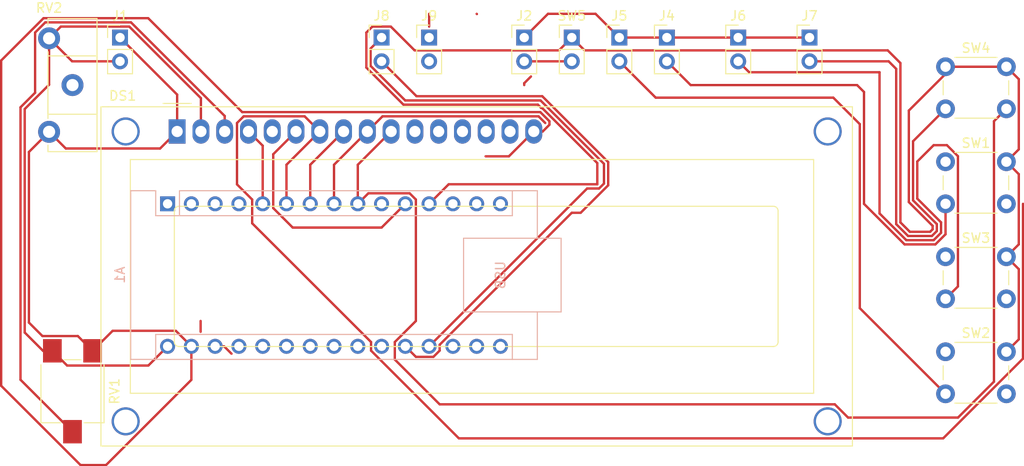
<source format=kicad_pcb>
(kicad_pcb (version 20221018) (generator pcbnew)
  (layers (0 "F.Cu" signal) (31 "B.Cu" signal) (34 "B.Paste" user) (35 "F.Paste" user) (36 "B.SilkS" user "B.Silkscreen") (37 "F.SilkS" user "F.Silkscreen") (38 "B.Mask" user) (39 "F.Mask" user) (44 "Edge.Cuts" user))
  (net 0 "")
  (net 1 "Net-(A1-D1{slash}TX)")
  (net 2 "Net-(A1-D0{slash}RX)")
  (net 5 "Net-(A1-D2)")
  (net 6 "Net-(A1-D3)")
  (net 7 "Net-(A1-D4)")
  (net 8 "Net-(A1-D5)")
  (net 9 "Net-(A1-D6)")
  (net 11 "Net-(A1-D8)")
  (net 12 "Net-(A1-D9)")
  (net 13 "Net-(A1-D10)")
  (net 19 "Net-(A1-A0)")
  (net 20 "Net-(A1-A1)")
  (net 28 "unconnected-(A1-~{RESET}-Pad28)")
  (net 29 "Net-(DS1-VO)")
  (net 35 "Net-(DS1-LED(+))")
  (net 36 "-5V")
  (net 37 "GND")
  (footprint "Connector_PinHeader_2.54mm:PinHeader_1x02_P2.54mm_Vertical" (layer "F.Cu") (at 160.02 43.18)
    (fp_text reference "SW5" (at 0 -2.33) (layer "F.SilkS"))
    (fp_text value "Home")
    (fp_line (start -1.33 -1.33) (end 0 -1.33) (stroke (width 0.12)) (layer "F.SilkS"))
    (fp_line (start -1.33 0) (end -1.33 -1.33) (stroke (width 0.12)) (layer "F.SilkS"))
    (fp_line (start -1.33 1.27) (end -1.33 3.87) (stroke (width 0.12)) (layer "F.SilkS"))
    (fp_line (start -1.33 1.27) (end 1.33 1.27) (stroke (width 0.12)) (layer "F.SilkS"))
    (fp_line (start -1.33 3.87) (end 1.33 3.87) (stroke (width 0.12)) (layer "F.SilkS"))
    (fp_line (start 1.33 1.27) (end 1.33 3.87) (stroke (width 0.12)) (layer "F.SilkS"))
    (pad "1" thru_hole rect (at 0 0) (size 1.7 1.7) (drill 1) (layers "*.Cu" "*.Mask") (net 12 "Net-(A1-D9)"))
    (pad "2" thru_hole oval (at 0 2.54) (size 1.7 1.7) (drill 1) (layers "*.Cu" "*.Mask") (net 5 "Net-(A1-D2)"))
  )
  (footprint "Connector_PinHeader_2.54mm:PinHeader_1x02_P2.54mm_Vertical" (layer "F.Cu") (at 170.18 43.18)
    (fp_text reference "J4" (at 0 -2.33) (layer "F.SilkS"))
    (fp_text value "leftsw")
    (fp_line (start -1.33 -1.33) (end 0 -1.33) (stroke (width 0.12)) (layer "F.SilkS"))
    (fp_line (start -1.33 0) (end -1.33 -1.33) (stroke (width 0.12)) (layer "F.SilkS"))
    (fp_line (start -1.33 1.27) (end -1.33 3.87) (stroke (width 0.12)) (layer "F.SilkS"))
    (fp_line (start -1.33 1.27) (end 1.33 1.27) (stroke (width 0.12)) (layer "F.SilkS"))
    (fp_line (start -1.33 3.87) (end 1.33 3.87) (stroke (width 0.12)) (layer "F.SilkS"))
    (fp_line (start 1.33 1.27) (end 1.33 3.87) (stroke (width 0.12)) (layer "F.SilkS"))
    (pad "1" thru_hole rect (at 0 0) (size 1.7 1.7) (drill 1) (layers "*.Cu" "*.Mask") (net 13 "Net-(A1-D10)"))
    (pad "2" thru_hole oval (at 0 2.54) (size 1.7 1.7) (drill 1) (layers "*.Cu" "*.Mask") (net 6 "Net-(A1-D3)"))
  )
  (footprint "Button_Switch_THT:SW_PUSH_6mm_H4.3mm" (layer "F.Cu") (at 199.95 66.62)
    (fp_text reference "SW3" (at 3.25 -2) (layer "F.SilkS"))
    (fp_text value "Enter")
    (fp_line (start -0.25 1.5) (end -0.25 3) (stroke (width 0.12)) (layer "F.SilkS"))
    (fp_line (start 1 5.5) (end 5.5 5.5) (stroke (width 0.12)) (layer "F.SilkS"))
    (fp_line (start 5.5 -1) (end 1 -1) (stroke (width 0.12)) (layer "F.SilkS"))
    (fp_line (start 6.75 3) (end 6.75 1.5) (stroke (width 0.12)) (layer "F.SilkS"))
    (pad "1" thru_hole circle (at 0 0 90) (size 2 2) (drill 1.1) (layers "*.Cu" "*.Mask") (net 12 "Net-(A1-D9)"))
    (pad "1" thru_hole circle (at 6.5 0 90) (size 2 2) (drill 1.1) (layers "*.Cu" "*.Mask") (net 12 "Net-(A1-D9)"))
    (pad "2" thru_hole circle (at 0 4.5 90) (size 2 2) (drill 1.1) (layers "*.Cu" "*.Mask") (net 8 "Net-(A1-D5)"))
    (pad "2" thru_hole circle (at 6.5 4.5 90) (size 2 2) (drill 1.1) (layers "*.Cu" "*.Mask") (net 8 "Net-(A1-D5)"))
  )
  (footprint "Connector_PinHeader_2.54mm:PinHeader_1x02_P2.54mm_Vertical" (layer "F.Cu") (at 154.94 43.18)
    (fp_text reference "J2" (at 0 -2.33) (layer "F.SilkS"))
    (fp_text value "wheel sensor")
    (fp_line (start -1.33 -1.33) (end 0 -1.33) (stroke (width 0.12)) (layer "F.SilkS"))
    (fp_line (start -1.33 0) (end -1.33 -1.33) (stroke (width 0.12)) (layer "F.SilkS"))
    (fp_line (start -1.33 1.27) (end -1.33 3.87) (stroke (width 0.12)) (layer "F.SilkS"))
    (fp_line (start -1.33 1.27) (end 1.33 1.27) (stroke (width 0.12)) (layer "F.SilkS"))
    (fp_line (start -1.33 3.87) (end 1.33 3.87) (stroke (width 0.12)) (layer "F.SilkS"))
    (fp_line (start 1.33 1.27) (end 1.33 3.87) (stroke (width 0.12)) (layer "F.SilkS"))
    (pad "1" thru_hole rect (at 0 0) (size 1.7 1.7) (drill 1) (layers "*.Cu" "*.Mask") (net 13 "Net-(A1-D10)"))
    (pad "2" thru_hole oval (at 0 2.54) (size 1.7 1.7) (drill 1) (layers "*.Cu" "*.Mask") (net 5 "Net-(A1-D2)"))
  )
  (footprint "Potentiometer_SMD:Potentiometer_ACP_CA6-VSMD_Vertical_Hole" (layer "F.Cu") (at 106.68 81.005 -90)
    (fp_text reference "RV1" (at 0 -4.5 90) (layer "F.SilkS"))
    (fp_text value "contrast")
    (fp_line (start -3.37 -0.909) (end -3.37 0.91) (stroke (width 0.12)) (layer "F.SilkS"))
    (fp_line (start -2.834 -3.371) (end 3.37 -3.371) (stroke (width 0.12)) (layer "F.SilkS"))
    (fp_line (start -2.834 3.37) (end 3.37 3.37) (stroke (width 0.12)) (layer "F.SilkS"))
    (fp_line (start 3.37 -3.371) (end 3.37 -1.24) (stroke (width 0.12)) (layer "F.SilkS"))
    (fp_line (start 3.37 1.24) (end 3.37 3.37) (stroke (width 0.12)) (layer "F.SilkS"))
    (pad "" np_thru_hole circle (at 0.275 0 270) (size 2.5 2.5) (drill 2.5) (layers "*.Cu" "*.Mask"))
    (pad "1" smd rect (at -4.325 2.15 270) (size 2.5 2) (layers "F.Cu" "F.Paste" "F.Mask") (net 36 "-5V"))
    (pad "2" smd rect (at 4.325 0 270) (size 2.5 2) (layers "F.Cu" "F.Paste" "F.Mask") (net 29 "Net-(DS1-VO)"))
    (pad "3" smd rect (at -4.325 -2.15 270) (size 2.5 2) (layers "F.Cu" "F.Paste" "F.Mask") (net 37 "GND"))
  )
  (footprint "Potentiometer_THT:Potentiometer_ACP_CA14-H2,5_Horizontal" (layer "F.Cu") (at 104.18 43.26)
    (fp_text reference "RV2" (at 0 -3.25) (layer "F.SilkS"))
    (fp_text value "brightness")
    (fp_line (start -0.121 -2.12) (end -0.121 -1.426) (stroke (width 0.12)) (layer "F.SilkS"))
    (fp_line (start -0.121 -2.12) (end 5.12 -2.12) (stroke (width 0.12)) (layer "F.SilkS"))
    (fp_line (start -0.121 1.426) (end -0.121 8.575) (stroke (width 0.12)) (layer "F.SilkS"))
    (fp_line (start -0.121 1.88) (end -0.121 8.121) (stroke (width 0.12)) (layer "F.SilkS"))
    (fp_line (start -0.121 1.88) (end 5.12 1.88) (stroke (width 0.12)) (layer "F.SilkS"))
    (fp_line (start -0.121 8.121) (end 5.12 8.121) (stroke (width 0.12)) (layer "F.SilkS"))
    (fp_line (start -0.121 11.425) (end -0.121 12.12) (stroke (width 0.12)) (layer "F.SilkS"))
    (fp_line (start -0.121 12.12) (end 5.12 12.12) (stroke (width 0.12)) (layer "F.SilkS"))
    (fp_line (start 5.12 -2.12) (end 5.12 12.12) (stroke (width 0.12)) (layer "F.SilkS"))
    (fp_line (start 5.12 1.88) (end 5.12 8.121) (stroke (width 0.12)) (layer "F.SilkS"))
    (pad "1" thru_hole circle (at 0 0) (size 2.34 2.34) (drill 1.3) (layers "*.Cu" "*.Mask") (net 36 "-5V"))
    (pad "2" thru_hole circle (at 2.5 5) (size 2.34 2.34) (drill 1.3) (layers "*.Cu" "*.Mask") (net 35 "Net-(DS1-LED(+))"))
    (pad "3" thru_hole circle (at 0 10) (size 2.34 2.34) (drill 1.3) (layers "*.Cu" "*.Mask") (net 37 "GND"))
  )
  (footprint "Connector_PinHeader_2.54mm:PinHeader_1x02_P2.54mm_Vertical" (layer "F.Cu") (at 177.8 43.18)
    (fp_text reference "J6" (at 0 -2.33) (layer "F.SilkS"))
    (fp_text value "brakesw")
    (fp_line (start -1.33 -1.33) (end 0 -1.33) (stroke (width 0.12)) (layer "F.SilkS"))
    (fp_line (start -1.33 0) (end -1.33 -1.33) (stroke (width 0.12)) (layer "F.SilkS"))
    (fp_line (start -1.33 1.27) (end -1.33 3.87) (stroke (width 0.12)) (layer "F.SilkS"))
    (fp_line (start -1.33 1.27) (end 1.33 1.27) (stroke (width 0.12)) (layer "F.SilkS"))
    (fp_line (start -1.33 3.87) (end 1.33 3.87) (stroke (width 0.12)) (layer "F.SilkS"))
    (fp_line (start 1.33 1.27) (end 1.33 3.87) (stroke (width 0.12)) (layer "F.SilkS"))
    (pad "1" thru_hole rect (at 0 0) (size 1.7 1.7) (drill 1) (layers "*.Cu" "*.Mask") (net 13 "Net-(A1-D10)"))
    (pad "2" thru_hole oval (at 0 2.54) (size 1.7 1.7) (drill 1) (layers "*.Cu" "*.Mask") (net 8 "Net-(A1-D5)"))
  )
  (footprint "Connector_PinHeader_2.54mm:PinHeader_1x02_P2.54mm_Vertical" (layer "F.Cu") (at 185.42 43.18)
    (fp_text reference "J7" (at 0 -2.33) (layer "F.SilkS"))
    (fp_text value "lightsw")
    (fp_line (start -1.33 -1.33) (end 0 -1.33) (stroke (width 0.12)) (layer "F.SilkS"))
    (fp_line (start -1.33 0) (end -1.33 -1.33) (stroke (width 0.12)) (layer "F.SilkS"))
    (fp_line (start -1.33 1.27) (end -1.33 3.87) (stroke (width 0.12)) (layer "F.SilkS"))
    (fp_line (start -1.33 1.27) (end 1.33 1.27) (stroke (width 0.12)) (layer "F.SilkS"))
    (fp_line (start -1.33 3.87) (end 1.33 3.87) (stroke (width 0.12)) (layer "F.SilkS"))
    (fp_line (start 1.33 1.27) (end 1.33 3.87) (stroke (width 0.12)) (layer "F.SilkS"))
    (pad "1" thru_hole rect (at 0 0) (size 1.7 1.7) (drill 1) (layers "*.Cu" "*.Mask") (net 13 "Net-(A1-D10)"))
    (pad "2" thru_hole oval (at 0 2.54) (size 1.7 1.7) (drill 1) (layers "*.Cu" "*.Mask") (net 9 "Net-(A1-D6)"))
  )
  (footprint "Display:WC1602A" (layer "F.Cu") (at 117.86 53.2225)
    (fp_text reference "DS1" (at -5.82 -3.81) (layer "F.SilkS"))
    (fp_text value "WC1602A")
    (fp_line (start -8.14 -2.64) (end -8.14 33.64) (stroke (width 0.12)) (layer "F.SilkS"))
    (fp_line (start -8.14 33.64) (end 72.14 33.64) (stroke (width 0.12)) (layer "F.SilkS"))
    (fp_line (start -8.13 -2.64) (end -7.34 -2.64) (stroke (width 0.12)) (layer "F.SilkS"))
    (fp_line (start -5 3) (end 68 3) (stroke (width 0.12)) (layer "F.SilkS"))
    (fp_line (start -5 28) (end -5 3) (stroke (width 0.12)) (layer "F.SilkS"))
    (fp_line (start -1.5 -3) (end 1.5 -3) (stroke (width 0.12)) (layer "F.SilkS"))
    (fp_line (start -0.29972 22.49932) (end -0.29972 8.5) (stroke (width 0.12)) (layer "F.SilkS"))
    (fp_line (start 0.2 8) (end 63.7 8) (stroke (width 0.12)) (layer "F.SilkS"))
    (fp_line (start 63.70066 23) (end 0.2 23) (stroke (width 0.12)) (layer "F.SilkS"))
    (fp_line (start 64.2 8.5) (end 64.2 22.5) (stroke (width 0.12)) (layer "F.SilkS"))
    (fp_line (start 68 3) (end 68 28) (stroke (width 0.12)) (layer "F.SilkS"))
    (fp_line (start 68 28) (end -5 28) (stroke (width 0.12)) (layer "F.SilkS"))
    (fp_line (start 72.14 -2.64) (end -7.34 -2.64) (stroke (width 0.12)) (layer "F.SilkS"))
    (fp_line (start 72.14 33.64) (end 72.14 -2.64) (stroke (width 0.12)) (layer "F.SilkS"))
    (fp_arc (start -0.29972 8.49884) (mid -0.153162 8.145018) (end 0.20066 7.99846) (stroke (width 0.12)) (layer "F.SilkS"))
    (fp_arc (start 0.20066 22.9997) (mid -0.153162 22.853142) (end -0.29972 22.49932) (stroke (width 0.12)) (layer "F.SilkS"))
    (fp_arc (start 63.7 8) (mid 64.053553 8.146447) (end 64.2 8.5) (stroke (width 0.12)) (layer "F.SilkS"))
    (fp_arc (start 64.20104 22.49932) (mid 64.054473 22.853115) (end 63.70066 22.9997) (stroke (width 0.12)) (layer "F.SilkS"))
    (pad "" thru_hole circle (at -5.4991 0) (size 3 3) (drill 2.5) (layers "*.Cu" "*.Mask"))
    (pad "" thru_hole circle (at -5.4991 31.0007) (size 3 3) (drill 2.5) (layers "*.Cu" "*.Mask"))
    (pad "" thru_hole circle (at 69.49948 31.0007) (size 3 3) (drill 2.5) (layers "*.Cu" "*.Mask"))
    (pad "" thru_hole circle (at 69.5 0) (size 3 3) (drill 2.5) (layers "*.Cu" "*.Mask"))
    (pad "1" thru_hole rect (at 0 0) (size 1.8 2.6) (drill 1.2) (layers "*.Cu" "*.Mask") (net 37 "GND"))
    (pad "2" thru_hole oval (at 2.54 0) (size 1.8 2.6) (drill 1.2) (layers "*.Cu" "*.Mask") (net 36 "-5V"))
    (pad "3" thru_hole oval (at 5.08 0) (size 1.8 2.6) (drill 1.2) (layers "*.Cu" "*.Mask") (net 29 "Net-(DS1-VO)"))
    (pad "4" thru_hole oval (at 7.62 0) (size 1.8 2.6) (drill 1.2) (layers "*.Cu" "*.Mask") (net 5 "Net-(A1-D2)"))
    (pad "5" thru_hole oval (at 10.16 0) (size 1.8 2.6) (drill 1.2) (layers "*.Cu" "*.Mask"))
    (pad "6" thru_hole oval (at 12.7 0) (size 1.8 2.6) (drill 1.2) (layers "*.Cu" "*.Mask") (net 11 "Net-(A1-D8)"))
    (pad "7" thru_hole oval (at 15.24 0) (size 1.8 2.6) (drill 1.2) (layers "*.Cu" "*.Mask") (net 6 "Net-(A1-D3)"))
    (pad "8" thru_hole oval (at 17.78 0) (size 1.8 2.6) (drill 1.2) (layers "*.Cu" "*.Mask") (net 7 "Net-(A1-D4)"))
    (pad "9" thru_hole oval (at 20.32 0) (size 1.8 2.6) (drill 1.2) (layers "*.Cu" "*.Mask") (net 8 "Net-(A1-D5)"))
    (pad "10" thru_hole oval (at 22.86 0) (size 1.8 2.6) (drill 1.2) (layers "*.Cu" "*.Mask") (net 9 "Net-(A1-D6)"))
    (pad "11" thru_hole oval (at 25.4 0) (size 1.8 2.6) (drill 1.2) (layers "*.Cu" "*.Mask"))
    (pad "12" thru_hole oval (at 27.94 0) (size 1.8 2.6) (drill 1.2) (layers "*.Cu" "*.Mask"))
    (pad "13" thru_hole oval (at 30.48 0) (size 1.8 2.6) (drill 1.2) (layers "*.Cu" "*.Mask"))
    (pad "14" thru_hole oval (at 33.02 0) (size 1.8 2.6) (drill 1.2) (layers "*.Cu" "*.Mask"))
    (pad "15" thru_hole oval (at 35.56 0) (size 1.8 2.6) (drill 1.2) (layers "*.Cu" "*.Mask") (net 35 "Net-(DS1-LED(+))"))
    (pad "16" thru_hole oval (at 38.1 0) (size 1.8 2.6) (drill 1.2) (layers "*.Cu" "*.Mask") (net 37 "GND"))
  )
  (footprint "Connector_PinHeader_2.54mm:PinHeader_1x02_P2.54mm_Vertical" (layer "F.Cu") (at 144.78 43.18)
    (fp_text reference "J9" (at 0 -2.33) (layer "F.SilkS"))
    (fp_text value "serial")
    (fp_line (start -1.33 -1.33) (end 0 -1.33) (stroke (width 0.12)) (layer "F.SilkS"))
    (fp_line (start -1.33 0) (end -1.33 -1.33) (stroke (width 0.12)) (layer "F.SilkS"))
    (fp_line (start -1.33 1.27) (end -1.33 3.87) (stroke (width 0.12)) (layer "F.SilkS"))
    (fp_line (start -1.33 1.27) (end 1.33 1.27) (stroke (width 0.12)) (layer "F.SilkS"))
    (fp_line (start -1.33 3.87) (end 1.33 3.87) (stroke (width 0.12)) (layer "F.SilkS"))
    (fp_line (start 1.33 1.27) (end 1.33 3.87) (stroke (width 0.12)) (layer "F.SilkS"))
    (pad "1" thru_hole rect (at 0 0) (size 1.7 1.7) (drill 1) (layers "*.Cu" "*.Mask") (net 1 "Net-(A1-D1{slash}TX)"))
    (pad "2" thru_hole oval (at 0 2.54) (size 1.7 1.7) (drill 1) (layers "*.Cu" "*.Mask") (net 2 "Net-(A1-D0{slash}RX)"))
  )
  (footprint "Connector_PinHeader_2.54mm:PinHeader_1x02_P2.54mm_Vertical" (layer "F.Cu") (at 165.1 43.18)
    (fp_text reference "J5" (at 0 -2.33) (layer "F.SilkS"))
    (fp_text value "rightsw")
    (fp_line (start -1.33 -1.33) (end 0 -1.33) (stroke (width 0.12)) (layer "F.SilkS"))
    (fp_line (start -1.33 0) (end -1.33 -1.33) (stroke (width 0.12)) (layer "F.SilkS"))
    (fp_line (start -1.33 1.27) (end -1.33 3.87) (stroke (width 0.12)) (layer "F.SilkS"))
    (fp_line (start -1.33 1.27) (end 1.33 1.27) (stroke (width 0.12)) (layer "F.SilkS"))
    (fp_line (start -1.33 3.87) (end 1.33 3.87) (stroke (width 0.12)) (layer "F.SilkS"))
    (fp_line (start 1.33 1.27) (end 1.33 3.87) (stroke (width 0.12)) (layer "F.SilkS"))
    (pad "1" thru_hole rect (at 0 0) (size 1.7 1.7) (drill 1) (layers "*.Cu" "*.Mask") (net 13 "Net-(A1-D10)"))
    (pad "2" thru_hole oval (at 0 2.54) (size 1.7 1.7) (drill 1) (layers "*.Cu" "*.Mask") (net 7 "Net-(A1-D4)"))
  )
  (footprint "Button_Switch_THT:SW_PUSH_6mm_H4.3mm" (layer "F.Cu") (at 199.95 76.78)
    (fp_text reference "SW2" (at 3.25 -2) (layer "F.SilkS"))
    (fp_text value "Down / -")
    (fp_line (start -0.25 1.5) (end -0.25 3) (stroke (width 0.12)) (layer "F.SilkS"))
    (fp_line (start 1 5.5) (end 5.5 5.5) (stroke (width 0.12)) (layer "F.SilkS"))
    (fp_line (start 5.5 -1) (end 1 -1) (stroke (width 0.12)) (layer "F.SilkS"))
    (fp_line (start 6.75 3) (end 6.75 1.5) (stroke (width 0.12)) (layer "F.SilkS"))
    (pad "1" thru_hole circle (at 0 0 90) (size 2 2) (drill 1.1) (layers "*.Cu" "*.Mask") (net 12 "Net-(A1-D9)"))
    (pad "1" thru_hole circle (at 6.5 0 90) (size 2 2) (drill 1.1) (layers "*.Cu" "*.Mask") (net 12 "Net-(A1-D9)"))
    (pad "2" thru_hole circle (at 0 4.5 90) (size 2 2) (drill 1.1) (layers "*.Cu" "*.Mask") (net 7 "Net-(A1-D4)"))
    (pad "2" thru_hole circle (at 6.5 4.5 90) (size 2 2) (drill 1.1) (layers "*.Cu" "*.Mask") (net 7 "Net-(A1-D4)"))
  )
  (footprint "Button_Switch_THT:SW_PUSH_6mm_H4.3mm" (layer "F.Cu") (at 199.95 56.46)
    (fp_text reference "SW1" (at 3.25 -2) (layer "F.SilkS"))
    (fp_text value "Up / +")
    (fp_line (start -0.25 1.5) (end -0.25 3) (stroke (width 0.12)) (layer "F.SilkS"))
    (fp_line (start 1 5.5) (end 5.5 5.5) (stroke (width 0.12)) (layer "F.SilkS"))
    (fp_line (start 5.5 -1) (end 1 -1) (stroke (width 0.12)) (layer "F.SilkS"))
    (fp_line (start 6.75 3) (end 6.75 1.5) (stroke (width 0.12)) (layer "F.SilkS"))
    (pad "1" thru_hole circle (at 0 0 90) (size 2 2) (drill 1.1) (layers "*.Cu" "*.Mask") (net 12 "Net-(A1-D9)"))
    (pad "1" thru_hole circle (at 6.5 0 90) (size 2 2) (drill 1.1) (layers "*.Cu" "*.Mask") (net 12 "Net-(A1-D9)"))
    (pad "2" thru_hole circle (at 0 4.5 90) (size 2 2) (drill 1.1) (layers "*.Cu" "*.Mask") (net 6 "Net-(A1-D3)"))
    (pad "2" thru_hole circle (at 6.5 4.5 90) (size 2 2) (drill 1.1) (layers "*.Cu" "*.Mask") (net 6 "Net-(A1-D3)"))
  )
  (footprint "Button_Switch_THT:SW_PUSH_6mm_H4.3mm" (layer "F.Cu") (at 199.95 46.3)
    (fp_text reference "SW4" (at 3.25 -2) (layer "F.SilkS"))
    (fp_text value "Back")
    (fp_line (start -0.25 1.5) (end -0.25 3) (stroke (width 0.12)) (layer "F.SilkS"))
    (fp_line (start 1 5.5) (end 5.5 5.5) (stroke (width 0.12)) (layer "F.SilkS"))
    (fp_line (start 5.5 -1) (end 1 -1) (stroke (width 0.12)) (layer "F.SilkS"))
    (fp_line (start 6.75 3) (end 6.75 1.5) (stroke (width 0.12)) (layer "F.SilkS"))
    (pad "1" thru_hole circle (at 0 0 90) (size 2 2) (drill 1.1) (layers "*.Cu" "*.Mask") (net 12 "Net-(A1-D9)"))
    (pad "1" thru_hole circle (at 6.5 0 90) (size 2 2) (drill 1.1) (layers "*.Cu" "*.Mask") (net 12 "Net-(A1-D9)"))
    (pad "2" thru_hole circle (at 0 4.5 90) (size 2 2) (drill 1.1) (layers "*.Cu" "*.Mask") (net 9 "Net-(A1-D6)"))
    (pad "2" thru_hole circle (at 6.5 4.5 90) (size 2 2) (drill 1.1) (layers "*.Cu" "*.Mask") (net 9 "Net-(A1-D6)"))
  )
  (footprint "Connector_PinHeader_2.54mm:PinHeader_1x02_P2.54mm_Vertical" (layer "F.Cu") (at 111.76 43.18)
    (fp_text reference "J1" (at 0 -2.33) (layer "F.SilkS"))
    (fp_text value "5vin")
    (fp_line (start -1.33 -1.33) (end 0 -1.33) (stroke (width 0.12)) (layer "F.SilkS"))
    (fp_line (start -1.33 0) (end -1.33 -1.33) (stroke (width 0.12)) (layer "F.SilkS"))
    (fp_line (start -1.33 1.27) (end -1.33 3.87) (stroke (width 0.12)) (layer "F.SilkS"))
    (fp_line (start -1.33 1.27) (end 1.33 1.27) (stroke (width 0.12)) (layer "F.SilkS"))
    (fp_line (start -1.33 3.87) (end 1.33 3.87) (stroke (width 0.12)) (layer "F.SilkS"))
    (fp_line (start 1.33 1.27) (end 1.33 3.87) (stroke (width 0.12)) (layer "F.SilkS"))
    (pad "1" thru_hole rect (at 0 0) (size 1.7 1.7) (drill 1) (layers "*.Cu" "*.Mask") (net 37 "GND"))
    (pad "2" thru_hole oval (at 0 2.54) (size 1.7 1.7) (drill 1) (layers "*.Cu" "*.Mask") (net 36 "-5V"))
  )
  (footprint "Connector_PinHeader_2.54mm:PinHeader_1x02_P2.54mm_Vertical" (layer "F.Cu") (at 139.7 43.18)
    (fp_text reference "J8" (at 0 -2.33) (layer "F.SilkS"))
    (fp_text value "AnalogIn")
    (fp_line (start -1.33 -1.33) (end 0 -1.33) (stroke (width 0.12)) (layer "F.SilkS"))
    (fp_line (start -1.33 0) (end -1.33 -1.33) (stroke (width 0.12)) (layer "F.SilkS"))
    (fp_line (start -1.33 1.27) (end -1.33 3.87) (stroke (width 0.12)) (layer "F.SilkS"))
    (fp_line (start -1.33 1.27) (end 1.33 1.27) (stroke (width 0.12)) (layer "F.SilkS"))
    (fp_line (start -1.33 3.87) (end 1.33 3.87) (stroke (width 0.12)) (layer "F.SilkS"))
    (fp_line (start 1.33 1.27) (end 1.33 3.87) (stroke (width 0.12)) (layer "F.SilkS"))
    (pad "1" thru_hole rect (at 0 0) (size 1.7 1.7) (drill 1) (layers "*.Cu" "*.Mask") (net 19 "Net-(A1-A0)"))
    (pad "2" thru_hole oval (at 0 2.54) (size 1.7 1.7) (drill 1) (layers "*.Cu" "*.Mask") (net 20 "Net-(A1-A1)"))
  )
  (footprint "Module:Arduino_Nano" (layer "B.Cu") (at 116.84 60.96 -90)
    (fp_text reference "A1" (at 7.62 5.08 90) (layer "B.SilkS") (effects (justify mirror)))
    (fp_text value "Arduino_Nano")
    (fp_text user "USB" (at 7.62 -35.56 90 unlocked) (layer "B.SilkS") (effects (justify mirror)))
    (fp_line (start -1.4 -39.5) (end 3.68 -39.5) (stroke (width 0.12)) (layer "B.SilkS"))
    (fp_line (start -1.4 -1.27) (end -1.4 -39.5) (stroke (width 0.12)) (layer "B.SilkS"))
    (fp_line (start -1.4 3.94) (end -1.4 1.27) (stroke (width 0.12)) (layer "B.SilkS"))
    (fp_line (start 1.27 -36.83) (end -1.4 -36.83) (stroke (width 0.12)) (layer "B.SilkS"))
    (fp_line (start 1.27 -1.27) (end -1.4 -1.27) (stroke (width 0.12)) (layer "B.SilkS"))
    (fp_line (start 1.27 -1.27) (end 1.27 -36.83) (stroke (width 0.12)) (layer "B.SilkS"))
    (fp_line (start 1.27 -1.27) (end 1.27 1.27) (stroke (width 0.12)) (layer "B.SilkS"))
    (fp_line (start 1.27 1.27) (end -1.4 1.27) (stroke (width 0.12)) (layer "B.SilkS"))
    (fp_line (start 3.68 -42.04) (end 3.68 -31.62) (stroke (width 0.12)) (layer "B.SilkS"))
    (fp_line (start 3.68 -31.62) (end 11.56 -31.62) (stroke (width 0.12)) (layer "B.SilkS"))
    (fp_line (start 11.56 -42.04) (end 3.68 -42.04) (stroke (width 0.12)) (layer "B.SilkS"))
    (fp_line (start 11.56 -31.62) (end 11.56 -42.04) (stroke (width 0.12)) (layer "B.SilkS"))
    (fp_line (start 13.97 -36.83) (end 16.64 -36.83) (stroke (width 0.12)) (layer "B.SilkS"))
    (fp_line (start 13.97 1.27) (end 13.97 -36.83) (stroke (width 0.12)) (layer "B.SilkS"))
    (fp_line (start 13.97 1.27) (end 16.64 1.27) (stroke (width 0.12)) (layer "B.SilkS"))
    (fp_line (start 16.64 -39.5) (end 11.56 -39.5) (stroke (width 0.12)) (layer "B.SilkS"))
    (fp_line (start 16.64 -39.5) (end 16.64 3.94) (stroke (width 0.12)) (layer "B.SilkS"))
    (fp_line (start 16.64 3.94) (end -1.4 3.94) (stroke (width 0.12)) (layer "B.SilkS"))
    (pad "1" thru_hole rect (at 0 0 270) (size 1.6 1.6) (drill 1) (layers "*.Cu" "*.Mask") (net 1 "Net-(A1-D1{slash}TX)"))
    (pad "2" thru_hole oval (at 0 -2.54 270) (size 1.6 1.6) (drill 1) (layers "*.Cu" "*.Mask") (net 2 "Net-(A1-D0{slash}RX)"))
    (pad "3" thru_hole oval (at 0 -5.08 270) (size 1.6 1.6) (drill 1) (layers "*.Cu" "*.Mask"))
    (pad "4" thru_hole oval (at 0 -7.62 270) (size 1.6 1.6) (drill 1) (layers "*.Cu" "*.Mask"))
    (pad "5" thru_hole oval (at 0 -10.16 270) (size 1.6 1.6) (drill 1) (layers "*.Cu" "*.Mask") (net 5 "Net-(A1-D2)"))
    (pad "6" thru_hole oval (at 0 -12.7 270) (size 1.6 1.6) (drill 1) (layers "*.Cu" "*.Mask") (net 6 "Net-(A1-D3)"))
    (pad "7" thru_hole oval (at 0 -15.24 270) (size 1.6 1.6) (drill 1) (layers "*.Cu" "*.Mask") (net 7 "Net-(A1-D4)"))
    (pad "8" thru_hole oval (at 0 -17.78 270) (size 1.6 1.6) (drill 1) (layers "*.Cu" "*.Mask") (net 8 "Net-(A1-D5)"))
    (pad "9" thru_hole oval (at 0 -20.32 270) (size 1.6 1.6) (drill 1) (layers "*.Cu" "*.Mask") (net 9 "Net-(A1-D6)"))
    (pad "10" thru_hole oval (at 0 -22.86 270) (size 1.6 1.6) (drill 1) (layers "*.Cu" "*.Mask"))
    (pad "11" thru_hole oval (at 0 -25.4 270) (size 1.6 1.6) (drill 1) (layers "*.Cu" "*.Mask") (net 11 "Net-(A1-D8)"))
    (pad "12" thru_hole oval (at 0 -27.94 270) (size 1.6 1.6) (drill 1) (layers "*.Cu" "*.Mask") (net 12 "Net-(A1-D9)"))
    (pad "13" thru_hole oval (at 0 -30.48 270) (size 1.6 1.6) (drill 1) (layers "*.Cu" "*.Mask") (net 13 "Net-(A1-D10)"))
    (pad "14" thru_hole oval (at 0 -33.02 270) (size 1.6 1.6) (drill 1) (layers "*.Cu" "*.Mask"))
    (pad "15" thru_hole oval (at 0 -35.56 270) (size 1.6 1.6) (drill 1) (layers "*.Cu" "*.Mask"))
    (pad "16" thru_hole oval (at 15.24 -35.56 270) (size 1.6 1.6) (drill 1) (layers "*.Cu" "*.Mask"))
    (pad "17" thru_hole oval (at 15.24 -33.02 270) (size 1.6 1.6) (drill 1) (layers "*.Cu" "*.Mask"))
    (pad "18" thru_hole oval (at 15.24 -30.48 270) (size 1.6 1.6) (drill 1) (layers "*.Cu" "*.Mask"))
    (pad "19" thru_hole oval (at 15.24 -27.94 270) (size 1.6 1.6) (drill 1) (layers "*.Cu" "*.Mask") (net 19 "Net-(A1-A0)"))
    (pad "20" thru_hole oval (at 15.24 -25.4 270) (size 1.6 1.6) (drill 1) (layers "*.Cu" "*.Mask") (net 20 "Net-(A1-A1)"))
    (pad "21" thru_hole oval (at 15.24 -22.86 270) (size 1.6 1.6) (drill 1) (layers "*.Cu" "*.Mask"))
    (pad "22" thru_hole oval (at 15.24 -20.32 270) (size 1.6 1.6) (drill 1) (layers "*.Cu" "*.Mask"))
    (pad "23" thru_hole oval (at 15.24 -17.78 270) (size 1.6 1.6) (drill 1) (layers "*.Cu" "*.Mask"))
    (pad "24" thru_hole oval (at 15.24 -15.24 270) (size 1.6 1.6) (drill 1) (layers "*.Cu" "*.Mask"))
    (pad "25" thru_hole oval (at 15.24 -12.7 270) (size 1.6 1.6) (drill 1) (layers "*.Cu" "*.Mask"))
    (pad "26" thru_hole oval (at 15.24 -10.16 270) (size 1.6 1.6) (drill 1) (layers "*.Cu" "*.Mask"))
    (pad "27" thru_hole oval (at 15.24 -7.62 270) (size 1.6 1.6) (drill 1) (layers "*.Cu" "*.Mask"))
    (pad "28" thru_hole oval (at 15.24 -5.08 270) (size 1.6 1.6) (drill 1) (layers "*.Cu" "*.Mask") (net 28 "unconnected-(A1-~{RESET}-Pad28)"))
    (pad "29" thru_hole oval (at 15.24 -2.54 270) (size 1.6 1.6) (drill 1) (layers "*.Cu" "*.Mask") (net 37 "GND"))
    (pad "30" thru_hole oval (at 15.24 0 270) (size 1.6 1.6) (drill 1) (layers "*.Cu" "*.Mask") (net 36 "-5V"))
  )
  (segment (start 154.94 48.060688) (end 155.660344 47.340344) (width 0.25) (layer "F.Cu") (net 0))
  (segment (start 144.78 40.64) (end 144.78 42.005) (width 0.25) (layer "F.Cu") (net 0))
  (segment (start 154.94 48.26) (end 154.94 48.060688) (width 0.25) (layer "F.Cu") (net 0))
  (segment (start 154.94 45.72) (end 154.215 45.72) (width 0.25) (layer "F.Cu") (net 5))
  (segment (start 127 60.96) (end 127 54.7425) (width 0.25) (layer "F.Cu") (net 5))
  (segment (start 160.02 45.72) (end 154.94 45.72) (width 0.25) (layer "F.Cu") (net 5))
  (segment (start 149.885 40.665) (end 149.86 40.64) (width 0.25) (layer "F.Cu") (net 5))
  (segment (start 127 54.7425) (end 125.48 53.2225) (width 0.25) (layer "F.Cu") (net 5))
  (segment (start 208.225 77.51523) (end 208.225 60.96) (width 0.25) (layer "F.Cu") (net 6))
  (segment (start 129.54 56.7825) (end 133.1 53.2225) (width 0.25) (layer "F.Cu") (net 6))
  (segment (start 190.5 48.26) (end 172.72 48.26) (width 0.25) (layer "F.Cu") (net 6))
  (segment (start 131.47993 51.60243) (end 124.969402 51.60243) (width 0.25) (layer "F.Cu") (net 6))
  (segment (start 147.959199 86.043077) (end 199.697153 86.043077) (width 0.25) (layer "F.Cu") (net 6))
  (segment (start 199.95 60.96) (end 199.95 64.215584) (width 0.25) (layer "F.Cu") (net 6))
  (segment (start 199.95 64.215584) (end 198.865584 65.3) (width 0.25) (layer "F.Cu") (net 6))
  (segment (start 191.24 49) (end 190.5 48.26) (width 0.25) (layer "F.Cu") (net 6))
  (segment (start 133.1 53.2225) (end 131.47993 51.60243) (width 0.25) (layer "F.Cu") (net 6))
  (segment (start 198.865584 65.3) (end 195.574416 65.3) (width 0.25) (layer "F.Cu") (net 6))
  (segment (start 195.574416 65.3) (end 191.24 60.965584) (width 0.25) (layer "F.Cu") (net 6))
  (segment (start 124.255 58.881122) (end 125.875 60.501122) (width 0.25) (layer "F.Cu") (net 6))
  (segment (start 138.575 75.741122) (end 138.575 76.658878) (width 0.25) (layer "F.Cu") (net 6))
  (segment (start 138.575 76.658878) (end 147.959199 86.043077) (width 0.25) (layer "F.Cu") (net 6))
  (segment (start 199.697153 86.043077) (end 208.225 77.51523) (width 0.25) (layer "F.Cu") (net 6))
  (segment (start 124.255 52.316832) (end 124.255 58.881122) (width 0.25) (layer "F.Cu") (net 6))
  (segment (start 124.969402 51.60243) (end 124.255 52.316832) (width 0.25) (layer "F.Cu") (net 6))
  (segment (start 172.72 48.26) (end 170.18 45.72) (width 0.25) (layer "F.Cu") (net 6))
  (segment (start 129.54 60.96) (end 129.54 56.7825) (width 0.25) (layer "F.Cu") (net 6))
  (segment (start 125.875 60.501122) (end 125.875 63.041122) (width 0.25) (layer "F.Cu") (net 6))
  (segment (start 191.24 60.965584) (end 191.24 49) (width 0.25) (layer "F.Cu") (net 6))
  (segment (start 125.875 63.041122) (end 138.575 75.741122) (width 0.25) (layer "F.Cu") (net 6))
  (segment (start 132.08 60.96) (end 132.08 56.7825) (width 0.25) (layer "F.Cu") (net 7))
  (segment (start 190.79 52.436396) (end 187.96 49.606396) (width 0.25) (layer "F.Cu") (net 7))
  (segment (start 132.08 56.7825) (end 135.64 53.2225) (width 0.25) (layer "F.Cu") (net 7))
  (segment (start 190.79 72.12) (end 190.79 52.436396) (width 0.25) (layer "F.Cu") (net 7))
  (segment (start 187.96 49.606396) (end 168.986396 49.606396) (width 0.25) (layer "F.Cu") (net 7))
  (segment (start 199.95 81.28) (end 190.79 72.12) (width 0.25) (layer "F.Cu") (net 7))
  (segment (start 168.986396 49.606396) (end 165.1 45.72) (width 0.25) (layer "F.Cu") (net 7))
  (segment (start 156.470598 51.60243) (end 157.185 52.316832) (width 0.25) (layer "F.Cu") (net 8))
  (segment (start 198.679188 54.69) (end 200.100812 54.69) (width 0.25) (layer "F.Cu") (net 8))
  (segment (start 192.899303 61.988491) (end 195.760812 64.85) (width 0.25) (layer "F.Cu") (net 8))
  (segment (start 138.18 53.2225) (end 139.80007 51.60243) (width 0.25) (layer "F.Cu") (net 8))
  (segment (start 201.275 69.795) (end 199.95 71.12) (width 0.25) (layer "F.Cu") (net 8))
  (segment (start 201.275 55.864188) (end 201.275 69.795) (width 0.25) (layer "F.Cu") (net 8))
  (segment (start 134.62 60.96) (end 134.62 56.7825) (width 0.25) (layer "F.Cu") (net 8))
  (segment (start 192.899303 46.890344) (end 192.899303 61.988491) (width 0.25) (layer "F.Cu") (net 8))
  (segment (start 199.47 64.059188) (end 199.47 62.940812) (width 0.25) (layer "F.Cu") (net 8))
  (segment (start 196.93 60.400812) (end 196.93 56.439188) (width 0.25) (layer "F.Cu") (net 8))
  (segment (start 198.679188 64.85) (end 199.47 64.059188) (width 0.25) (layer "F.Cu") (net 8))
  (segment (start 200.100812 54.69) (end 201.275 55.864188) (width 0.25) (layer "F.Cu") (net 8))
  (segment (start 177.8 45.72) (end 178.970344 46.890344) (width 0.25) (layer "F.Cu") (net 8))
  (segment (start 178.970344 46.890344) (end 192.899303 46.890344) (width 0.25) (layer "F.Cu") (net 8))
  (segment (start 199.47 62.940812) (end 196.93 60.400812) (width 0.25) (layer "F.Cu") (net 8))
  (segment (start 139.80007 51.60243) (end 156.470598 51.60243) (width 0.25) (layer "F.Cu") (net 8))
  (segment (start 196.93 56.439188) (end 198.679188 54.69) (width 0.25) (layer "F.Cu") (net 8))
  (segment (start 195.760812 64.85) (end 198.679188 64.85) (width 0.25) (layer "F.Cu") (net 8))
  (segment (start 134.62 56.7825) (end 138.18 53.2225) (width 0.25) (layer "F.Cu") (net 8))
  (segment (start 205.125 52.125) (end 206.45 50.8) (width 0.25) (layer "F.Cu") (net 9))
  (segment (start 138.285 59.835) (end 142.698878 59.835) (width 0.25) (layer "F.Cu") (net 9))
  (segment (start 199.02 63.127208) (end 199.02 63.872792) (width 0.25) (layer "F.Cu") (net 9))
  (segment (start 195.947208 64.4) (end 194.68 63.132792) (width 0.25) (layer "F.Cu") (net 9))
  (segment (start 189.535409 83.82) (end 201.283834 83.82) (width 0.25) (layer "F.Cu") (net 9))
  (segment (start 141.115 77.615) (end 145.903323 82.403323) (width 0.25) (layer "F.Cu") (net 9))
  (segment (start 198.492792 64.4) (end 195.947208 64.4) (width 0.25) (layer "F.Cu") (net 9))
  (segment (start 137.16 60.96) (end 138.285 59.835) (width 0.25) (layer "F.Cu") (net 9))
  (segment (start 137.16 56.7825) (end 140.72 53.2225) (width 0.25) (layer "F.Cu") (net 9))
  (segment (start 137.16 60.96) (end 137.16 56.7825) (width 0.25) (layer "F.Cu") (net 9))
  (segment (start 142.698878 59.835) (end 143.365 60.501122) (width 0.25) (layer "F.Cu") (net 9))
  (segment (start 201.283834 83.82) (end 205.125 79.978834) (width 0.25) (layer "F.Cu") (net 9))
  (segment (start 143.365 60.501122) (end 143.365 73.491122) (width 0.25) (layer "F.Cu") (net 9))
  (segment (start 194.68 63.132792) (end 194.68 46.53) (width 0.25) (layer "F.Cu") (net 9))
  (segment (start 205.125 79.978834) (end 205.125 52.125) (width 0.25) (layer "F.Cu") (net 9))
  (segment (start 120.368172 74.648172) (end 120.368172 73.486608) (width 0.25) (layer "F.Cu") (net 9))
  (segment (start 196.48 60.587208) (end 199.02 63.127208) (width 0.25) (layer "F.Cu") (net 9))
  (segment (start 194.68 46.53) (end 193.87 45.72) (width 0.25) (layer "F.Cu") (net 9))
  (segment (start 199.95 50.8) (end 196.48 54.27) (width 0.25) (layer "F.Cu") (net 9))
  (segment (start 145.903323 82.403323) (end 188.118732 82.403323) (width 0.25) (layer "F.Cu") (net 9))
  (segment (start 199.02 63.872792) (end 198.492792 64.4) (width 0.25) (layer "F.Cu") (net 9))
  (segment (start 193.87 45.72) (end 185.42 45.72) (width 0.25) (layer "F.Cu") (net 9))
  (segment (start 141.115 75.741122) (end 141.115 77.615) (width 0.25) (layer "F.Cu") (net 9))
  (segment (start 143.365 73.491122) (end 141.115 75.741122) (width 0.25) (layer "F.Cu") (net 9))
  (segment (start 196.48 54.27) (end 196.48 60.587208) (width 0.25) (layer "F.Cu") (net 9))
  (segment (start 188.118732 82.403323) (end 189.535409 83.82) (width 0.25) (layer "F.Cu") (net 9))
  (segment (start 128.125 55.6575) (end 128.125 61.418878) (width 0.25) (layer "F.Cu") (net 11))
  (segment (start 128.125 61.418878) (end 130.206122 63.5) (width 0.25) (layer "F.Cu") (net 11))
  (segment (start 130.56 53.2225) (end 128.125 55.6575) (width 0.25) (layer "F.Cu") (net 11))
  (segment (start 139.7 63.5) (end 142.24 60.96) (width 0.25) (layer "F.Cu") (net 11))
  (segment (start 130.206122 63.5) (end 139.7 63.5) (width 0.25) (layer "F.Cu") (net 11))
  (segment (start 206.45 56.46) (end 207.775 57.785) (width 0.25) (layer "F.Cu") (net 12))
  (segment (start 206.45 46.3) (end 200.716396 46.3) (width 0.25) (layer "F.Cu") (net 12))
  (segment (start 162.746396 56.605436) (end 156.84339 50.70243) (width 0.25) (layer "F.Cu") (net 12))
  (segment (start 146.87 58.87) (end 162.746396 58.87) (width 0.25) (layer "F.Cu") (net 12))
  (segment (start 196.03 60.773604) (end 198.57 63.313604) (width 0.25) (layer "F.Cu") (net 12))
  (segment (start 207.775 47.625) (end 207.775 55.135) (width 0.25) (layer "F.Cu") (net 12))
  (segment (start 196.133604 63.95) (end 195.13 62.946396) (width 0.25) (layer "F.Cu") (net 12))
  (segment (start 207.775 67.945) (end 207.775 75.455) (width 0.25) (layer "F.Cu") (net 12))
  (segment (start 142.037344 50.353794) (end 138.075 46.39145) (width 0.25) (layer "F.Cu") (net 12))
  (segment (start 156.746034 50.70243) (end 156.397398 50.353794) (width 0.25) (layer "F.Cu") (net 12))
  (segment (start 200.716396 46.3) (end 196.03 50.986396) (width 0.25) (layer "F.Cu") (net 12))
  (segment (start 207.775 57.785) (end 207.775 65.295) (width 0.25) (layer "F.Cu") (net 12))
  (segment (start 198.57 63.686396) (end 198.306396 63.95) (width 0.25) (layer "F.Cu") (net 12))
  (segment (start 195.13 62.946396) (end 195.13 45.906396) (width 0.25) (layer "F.Cu") (net 12))
  (segment (start 207.775 75.455) (end 206.45 76.78) (width 0.25) (layer "F.Cu") (net 12))
  (segment (start 196.03 50.986396) (end 196.03 60.773604) (width 0.25) (layer "F.Cu") (net 12))
  (segment (start 156.84339 50.70243) (end 156.746034 50.70243) (width 0.25) (layer "F.Cu") (net 12))
  (segment (start 206.45 66.62) (end 207.775 67.945) (width 0.25) (layer "F.Cu") (net 12))
  (segment (start 138.71538 42.005) (end 140.68462 42.005) (width 0.25) (layer "F.Cu") (net 12))
  (segment (start 144.78 60.96) (end 146.87 58.87) (width 0.25) (layer "F.Cu") (net 12))
  (segment (start 140.68462 42.005) (end 143.229276 44.549656) (width 0.25) (layer "F.Cu") (net 12))
  (segment (start 161.389656 44.549656) (end 160.02 43.18) (width 0.25) (layer "F.Cu") (net 12))
  (segment (start 193.77326 44.549656) (end 161.389656 44.549656) (width 0.25) (layer "F.Cu") (net 12))
  (segment (start 138.075 46.39145) (end 138.075 42.64538) (width 0.25) (layer "F.Cu") (net 12))
  (segment (start 207.775 55.135) (end 206.45 56.46) (width 0.25) (layer "F.Cu") (net 12))
  (segment (start 195.13 45.906396) (end 193.77326 44.549656) (width 0.25) (layer "F.Cu") (net 12))
  (segment (start 198.57 63.313604) (end 198.57 63.686396) (width 0.25) (layer "F.Cu") (net 12))
  (segment (start 158.650344 44.549656) (end 160.02 43.18) (width 0.25) (layer "F.Cu") (net 12))
  (segment (start 156.397398 50.353794) (end 142.037344 50.353794) (width 0.25) (layer "F.Cu") (net 12))
  (segment (start 162.746396 58.87) (end 162.746396 56.605436) (width 0.25) (layer "F.Cu") (net 12))
  (segment (start 143.229276 44.549656) (end 158.650344 44.549656) (width 0.25) (layer "F.Cu") (net 12))
  (segment (start 138.075 42.64538) (end 138.71538 42.005) (width 0.25) (layer "F.Cu") (net 12))
  (segment (start 206.45 46.3) (end 207.775 47.625) (width 0.25) (layer "F.Cu") (net 12))
  (segment (start 207.775 65.295) (end 206.45 66.62) (width 0.25) (layer "F.Cu") (net 12))
  (segment (start 198.306396 63.95) (end 196.133604 63.95) (width 0.25) (layer "F.Cu") (net 12))
  (segment (start 162.56 40.64) (end 157.48 40.64) (width 0.25) (layer "F.Cu") (net 13))
  (segment (start 157.48 40.64) (end 154.94 43.18) (width 0.25) (layer "F.Cu") (net 13))
  (segment (start 177.8 43.18) (end 170.18 43.18) (width 0.25) (layer "F.Cu") (net 13))
  (segment (start 165.1 43.18) (end 170.18 43.18) (width 0.25) (layer "F.Cu") (net 13))
  (segment (start 165.1 43.18) (end 162.56 40.64) (width 0.25) (layer "F.Cu") (net 13))
  (segment (start 177.8 43.18) (end 185.42 43.18) (width 0.25) (layer "F.Cu") (net 13))
  (segment (start 156.68115 49.903794) (end 142.22374 49.903794) (width 0.25) (layer "F.Cu") (net 19))
  (segment (start 138.525 44.355) (end 139.7 43.18) (width 0.25) (layer "F.Cu") (net 19))
  (segment (start 162.932792 59.32) (end 163.46 58.792792) (width 0.25) (layer "F.Cu") (net 19))
  (segment (start 163.46 58.792792) (end 163.46 56.682644) (width 0.25) (layer "F.Cu") (net 19))
  (segment (start 163.46 56.682644) (end 156.68115 49.903794) (width 0.25) (layer "F.Cu") (net 19))
  (segment (start 138.525 46.205054) (end 138.525 44.355) (width 0.25) (layer "F.Cu") (net 19))
  (segment (start 142.22374 49.903794) (end 138.525 46.205054) (width 0.25) (layer "F.Cu") (net 19))
  (segment (start 144.78 76.2) (end 161.66 59.32) (width 0.25) (layer "F.Cu") (net 19))
  (segment (start 161.66 59.32) (end 162.932792 59.32) (width 0.25) (layer "F.Cu") (net 19))
  (segment (start 145.905 76.658878) (end 145.238878 77.325) (width 0.25) (layer "F.Cu") (net 20))
  (segment (start 139.7 45.72) (end 143.433794 49.453794) (width 0.25) (layer "F.Cu") (net 20))
  (segment (start 145.238878 77.325) (end 143.365 77.325) (width 0.25) (layer "F.Cu") (net 20))
  (segment (start 143.433794 49.453794) (end 156.867546 49.453794) (width 0.25) (layer "F.Cu") (net 20))
  (segment (start 143.365 77.325) (end 142.24 76.2) (width 0.25) (layer "F.Cu") (net 20))
  (segment (start 145.905 76.031122) (end 145.905 76.658878) (width 0.25) (layer "F.Cu") (net 20))
  (segment (start 160.02 61.916122) (end 145.905 76.031122) (width 0.25) (layer "F.Cu") (net 20))
  (segment (start 163.91 58.979188) (end 160.973066 61.916122) (width 0.25) (layer "F.Cu") (net 20))
  (segment (start 156.867546 49.453794) (end 163.91 56.496248) (width 0.25) (layer "F.Cu") (net 20))
  (segment (start 163.91 56.496248) (end 163.91 58.979188) (width 0.25) (layer "F.Cu") (net 20))
  (segment (start 160.973066 61.916122) (end 160.02 61.916122) (width 0.25) (layer "F.Cu") (net 20))
  (segment (start 122.876122 76.2) (end 123.668061 76.991939) (width 0.25) (layer "F.Cu") (net 28))
  (segment (start 121.92 76.2) (end 122.876122 76.2) (width 0.25) (layer "F.Cu") (net 28))
  (segment (start 103.772515 41.555) (end 102.685 42.642515) (width 0.25) (layer "F.Cu") (net 29))
  (segment (start 122.94 51.563984) (end 112.931016 41.555) (width 0.25) (layer "F.Cu") (net 29))
  (segment (start 102.685 42.642515) (end 102.685 49.078604) (width 0.25) (layer "F.Cu") (net 29))
  (segment (start 101.125 79.775) (end 106.68 85.33) (width 0.25) (layer "F.Cu") (net 29))
  (segment (start 101.125 50.638604) (end 101.125 79.775) (width 0.25) (layer "F.Cu") (net 29))
  (segment (start 112.931016 41.555) (end 103.772515 41.555) (width 0.25) (layer "F.Cu") (net 29))
  (segment (start 122.94 53.2225) (end 122.94 51.563984) (width 0.25) (layer "F.Cu") (net 29))
  (segment (start 102.685 49.078604) (end 101.125 50.638604) (width 0.25) (layer "F.Cu") (net 29))
  (segment (start 120.4 53.2225) (end 120.4 49.66038) (width 0.25) (layer "F.Cu") (net 36))
  (segment (start 112.74462 42.005) (end 105.435 42.005) (width 0.25) (layer "F.Cu") (net 36))
  (segment (start 101.575 50.825) (end 104.18 48.22) (width 0.25) (layer "F.Cu") (net 36))
  (segment (start 106.105 78.255) (end 104.53 76.68) (width 0.25) (layer "F.Cu") (net 36))
  (segment (start 111.76 45.72) (end 106.64 45.72) (width 0.25) (layer "F.Cu") (net 36))
  (segment (start 104.53 76.68) (end 103.53 76.68) (width 0.25) (layer "F.Cu") (net 36))
  (segment (start 114.785 78.255) (end 106.105 78.255) (width 0.25) (layer "F.Cu") (net 36))
  (segment (start 101.575 74.725) (end 101.575 50.825) (width 0.25) (layer "F.Cu") (net 36))
  (segment (start 120.4 49.66038) (end 112.74462 42.005) (width 0.25) (layer "F.Cu") (net 36))
  (segment (start 105.435 42.005) (end 104.18 43.26) (width 0.25) (layer "F.Cu") (net 36))
  (segment (start 106.64 45.72) (end 104.18 43.26) (width 0.25) (layer "F.Cu") (net 36))
  (segment (start 103.53 76.68) (end 101.575 74.725) (width 0.25) (layer "F.Cu") (net 36))
  (segment (start 104.18 48.22) (end 104.18 43.26) (width 0.25) (layer "F.Cu") (net 36))
  (segment (start 116.84 76.2) (end 114.785 78.255) (width 0.25) (layer "F.Cu") (net 36))
  (segment (start 119.38 79.783229) (end 119.38 76.2) (width 0.25) (layer "F.Cu") (net 37))
  (segment (start 117.86 53.2225) (end 116.040123 55.042377) (width 0.25) (layer "F.Cu") (net 37))
  (segment (start 150.816122 55.88) (end 153.3025 55.88) (width 0.25) (layer "F.Cu") (net 37))
  (segment (start 110.263229 88.9) (end 119.38 79.783229) (width 0.25) (layer "F.Cu") (net 37))
  (segment (start 103.586119 41.105) (end 99.06 45.631119) (width 0.25) (layer "F.Cu") (net 37))
  (segment (start 103.47 75.105) (end 102.025 73.66) (width 0.25) (layer "F.Cu") (net 37))
  (segment (start 102.025 73.66) (end 102.025 55.415) (width 0.25) (layer "F.Cu") (net 37))
  (segment (start 102.025 55.415) (end 104.18 53.26) (width 0.25) (layer "F.Cu") (net 37))
  (segment (start 156.656994 51.15243) (end 124.81243 51.15243) (width 0.25) (layer "F.Cu") (net 37))
  (segment (start 116.040123 55.042377) (end 105.962377 55.042377) (width 0.25) (layer "F.Cu") (net 37))
  (segment (start 107.54038 88.9) (end 110.263229 88.9) (width 0.25) (layer "F.Cu") (net 37))
  (segment (start 105.962377 55.042377) (end 104.18 53.26) (width 0.25) (layer "F.Cu") (net 37))
  (segment (start 119.38 76.2) (end 117.718604 74.538604) (width 0.25) (layer "F.Cu") (net 37))
  (segment (start 110.971396 74.538604) (end 108.83 76.68) (width 0.25) (layer "F.Cu") (net 37))
  (segment (start 107.255 75.105) (end 103.47 75.105) (width 0.25) (layer "F.Cu") (net 37))
  (segment (start 157.635 52.503228) (end 157.635 52.130436) (width 0.25) (layer "F.Cu") (net 37))
  (segment (start 157.635 52.130436) (end 156.656994 51.15243) (width 0.25) (layer "F.Cu") (net 37))
  (segment (start 111.76 43.18) (end 117.86 49.28) (width 0.25) (layer "F.Cu") (net 37))
  (segment (start 124.81243 51.15243) (end 114.765 41.105) (width 0.25) (layer "F.Cu") (net 37))
  (segment (start 99.06 80.41962) (end 107.54038 88.9) (width 0.25) (layer "F.Cu") (net 37))
  (segment (start 99.06 45.631119) (end 99.06 80.41962) (width 0.25) (layer "F.Cu") (net 37))
  (segment (start 156.915728 53.2225) (end 157.635 52.503228) (width 0.25) (layer "F.Cu") (net 37))
  (segment (start 117.718604 74.538604) (end 110.971396 74.538604) (width 0.25) (layer "F.Cu") (net 37))
  (segment (start 114.765 41.105) (end 103.586119 41.105) (width 0.25) (layer "F.Cu") (net 37))
  (segment (start 117.86 49.28) (end 117.86 53.2225) (width 0.25) (layer "F.Cu") (net 37))
  (segment (start 155.96 53.2225) (end 156.915728 53.2225) (width 0.25) (layer "F.Cu") (net 37))
  (segment (start 108.83 76.68) (end 107.255 75.105) (width 0.25) (layer "F.Cu") (net 37))
  (segment (start 153.3025 55.88) (end 155.96 53.2225) (width 0.25) (layer "F.Cu") (net 37))
)
</source>
